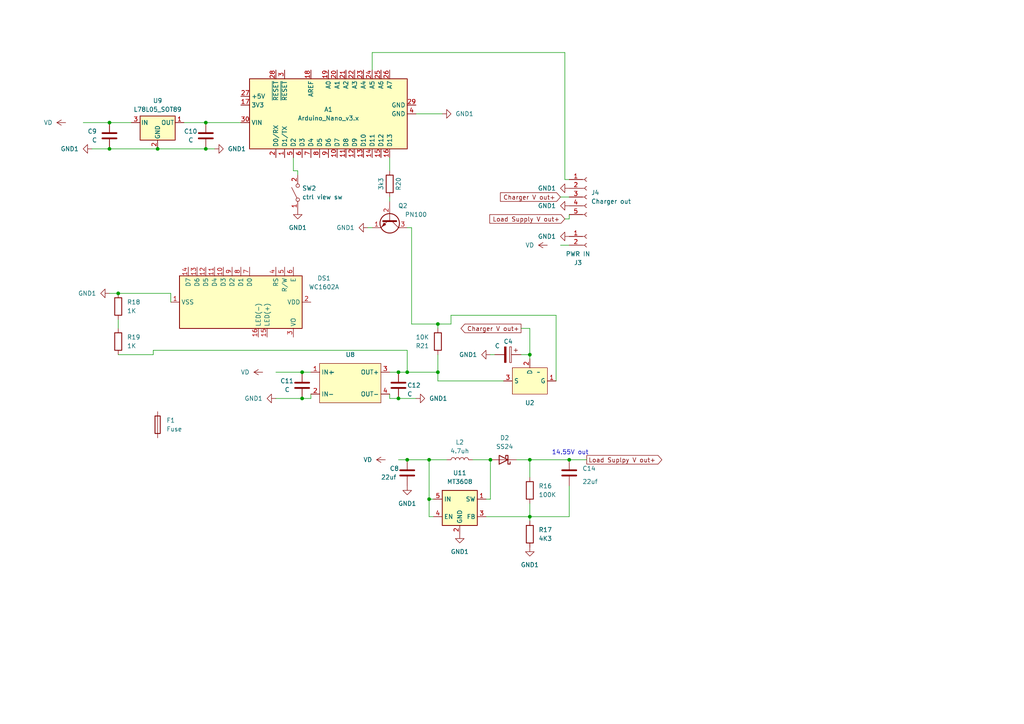
<source format=kicad_sch>
(kicad_sch (version 20230121) (generator eeschema)
  (paper "A4")
  (lib_symbols
    (symbol "BMS-MK2-symbols:AOD409"
      (property "Reference" "U" (at 2.54 -2.54 0))
      (symbol "AOD409_0_0"
        (pin input line (at -5.08 -2.54 0) (length 2.54) (name "G") (number "1"))
        (pin output line (at 2.54 3.81 270) (length 2.54) (name "D") (number "2"))
        (pin input line (at 10.16 -2.54 180) (length 2.54) (name "S") (number "3"))
      )
      (symbol "AOD409_1_1"
        (rectangle (start -2.54 1.27) (end 7.62 -6.35) (fill (type background)))
      )
    )
    (symbol "Connector:Conn_01x02_Socket" (pin_names (offset 1.016) hide)
      (property "Reference" "J" (at 0 2.54 0))
      (property "Value" "Conn_01x02_Socket" (at 0 -5.08 0))
      (symbol "Conn_01x02_Socket_1_1"
        (arc (start 0 -2.032) (mid -0.5058 -2.54) (end 0 -3.048) (stroke (width 0.1524)))
        (polyline (pts (xy -1.27 -2.54) (xy -0.508 -2.54)) (stroke (width 0.1524)))
        (polyline (pts (xy -1.27 0) (xy -0.508 0)) (stroke (width 0.1524)))
        (arc (start 0 0.508) (mid -0.5058 0) (end 0 -0.508) (stroke (width 0.1524)))
        (pin passive line (at -5.08 0 0) (length 3.81) (name "Pin_1") (number "1"))
        (pin passive line (at -5.08 -2.54 0) (length 3.81) (name "Pin_2") (number "2"))
      )
    )
    (symbol "Connector:Conn_01x05_Socket" (pin_names (offset 1.016) hide)
      (property "Reference" "J" (at 0 7.62 0))
      (property "Value" "Conn_01x05_Socket" (at 0 -7.62 0))
      (symbol "Conn_01x05_Socket_1_1"
        (arc (start 0 -4.572) (mid -0.5058 -5.08) (end 0 -5.588) (stroke (width 0.1524)))
        (arc (start 0 -2.032) (mid -0.5058 -2.54) (end 0 -3.048) (stroke (width 0.1524)))
        (polyline (pts (xy -1.27 -5.08) (xy -0.508 -5.08)) (stroke (width 0.1524)))
        (polyline (pts (xy -1.27 -2.54) (xy -0.508 -2.54)) (stroke (width 0.1524)))
        (polyline (pts (xy -1.27 0) (xy -0.508 0)) (stroke (width 0.1524)))
        (polyline (pts (xy -1.27 2.54) (xy -0.508 2.54)) (stroke (width 0.1524)))
        (polyline (pts (xy -1.27 5.08) (xy -0.508 5.08)) (stroke (width 0.1524)))
        (arc (start 0 0.508) (mid -0.5058 0) (end 0 -0.508) (stroke (width 0.1524)))
        (arc (start 0 3.048) (mid -0.5058 2.54) (end 0 2.032) (stroke (width 0.1524)))
        (arc (start 0 5.588) (mid -0.5058 5.08) (end 0 4.572) (stroke (width 0.1524)))
        (pin passive line (at -5.08 5.08 0) (length 3.81) (name "Pin_1") (number "1"))
        (pin passive line (at -5.08 2.54 0) (length 3.81) (name "Pin_2") (number "2"))
        (pin passive line (at -5.08 0 0) (length 3.81) (name "Pin_3") (number "3"))
        (pin passive line (at -5.08 -2.54 0) (length 3.81) (name "Pin_4") (number "4"))
        (pin passive line (at -5.08 -5.08 0) (length 3.81) (name "Pin_5") (number "5"))
      )
    )
    (symbol "Device:C" (pin_numbers hide) (pin_names (offset 0.254))
      (property "Reference" "C" (at 0.635 2.54 0))
      (property "Value" "C" (at 0.635 -2.54 0))
      (symbol "C_0_1"
        (polyline (pts (xy -2.032 -0.762) (xy 2.032 -0.762)) (stroke (width 0.508)))
        (polyline (pts (xy -2.032 0.762) (xy 2.032 0.762)) (stroke (width 0.508)))
      )
      (symbol "C_1_1"
        (pin passive line (at 0 3.81 270) (length 2.794) (name "~") (number "1"))
        (pin passive line (at 0 -3.81 90) (length 2.794) (name "~") (number "2"))
      )
    )
    (symbol "Device:C_Polarized" (pin_numbers hide) (pin_names (offset 0.254))
      (property "Reference" "C" (at 0.635 2.54 0))
      (property "Value" "C_Polarized" (at 0.635 -2.54 0))
      (symbol "C_Polarized_0_1"
        (rectangle (start -2.286 0.508) (end 2.286 1.016))
        (polyline (pts (xy -1.778 2.286) (xy -0.762 2.286)))
        (polyline (pts (xy -1.27 2.794) (xy -1.27 1.778)))
        (rectangle (start 2.286 -0.508) (end -2.286 -1.016) (fill (type outline)))
      )
      (symbol "C_Polarized_1_1"
        (pin passive line (at 0 3.81 270) (length 2.794) (name "~") (number "1"))
        (pin passive line (at 0 -3.81 90) (length 2.794) (name "~") (number "2"))
      )
    )
    (symbol "Device:D_Schottky" (pin_numbers hide) (pin_names (offset 1.016) hide)
      (property "Reference" "D" (at 0 2.54 0))
      (property "Value" "D_Schottky" (at 0 -2.54 0))
      (symbol "D_Schottky_0_1"
        (polyline (pts (xy 1.27 0) (xy -1.27 0)))
        (polyline (pts (xy 1.27 1.27) (xy 1.27 -1.27) (xy -1.27 0) (xy 1.27 1.27)) (stroke (width 0.254)))
        (polyline (pts (xy -1.905 0.635) (xy -1.905 1.27) (xy -1.27 1.27) (xy -1.27 -1.27) (xy -0.635 -1.27) (xy -0.635 -0.635)) (stroke (width 0.254)))
      )
      (symbol "D_Schottky_1_1"
        (pin passive line (at -3.81 0 0) (length 2.54) (name "K") (number "1"))
        (pin passive line (at 3.81 0 180) (length 2.54) (name "A") (number "2"))
      )
    )
    (symbol "Device:Fuse" (pin_numbers hide) (pin_names (offset 0))
      (property "Reference" "F" (at 2.032 0 90))
      (property "Value" "Fuse" (at -1.905 0 90))
      (symbol "Fuse_0_1"
        (rectangle (start -0.762 -2.54) (end 0.762 2.54) (stroke (width 0.254)))
        (polyline (pts (xy 0 2.54) (xy 0 -2.54)))
      )
      (symbol "Fuse_1_1"
        (pin passive line (at 0 3.81 270) (length 1.27) (name "~") (number "1"))
        (pin passive line (at 0 -3.81 90) (length 1.27) (name "~") (number "2"))
      )
    )
    (symbol "Device:L" (pin_numbers hide) (pin_names (offset 1.016) hide)
      (property "Reference" "L" (at -1.27 0 90))
      (property "Value" "L" (at 1.905 0 90))
      (symbol "L_0_1"
        (arc (start 0 -2.54) (mid 0.6323 -1.905) (end 0 -1.27))
        (arc (start 0 -1.27) (mid 0.6323 -0.635) (end 0 0))
        (arc (start 0 0) (mid 0.6323 0.635) (end 0 1.27))
        (arc (start 0 1.27) (mid 0.6323 1.905) (end 0 2.54))
      )
      (symbol "L_1_1"
        (pin passive line (at 0 3.81 270) (length 1.27) (name "1") (number "1"))
        (pin passive line (at 0 -3.81 90) (length 1.27) (name "2") (number "2"))
      )
    )
    (symbol "Device:R" (pin_numbers hide) (pin_names (offset 0))
      (property "Reference" "R" (at 2.032 0 90))
      (property "Value" "R" (at 0 0 90))
      (symbol "R_0_1"
        (rectangle (start -1.016 -2.54) (end 1.016 2.54) (stroke (width 0.254)))
      )
      (symbol "R_1_1"
        (pin passive line (at 0 3.81 270) (length 1.27) (name "~") (number "1"))
        (pin passive line (at 0 -3.81 90) (length 1.27) (name "~") (number "2"))
      )
    )
    (symbol "Display_Character:WC1602A"
      (property "Reference" "DS" (at -5.842 19.05 0))
      (property "Value" "WC1602A" (at 5.334 19.05 0))
      (symbol "WC1602A_1_1"
        (rectangle (start -7.62 17.78) (end 7.62 -17.78) (stroke (width 0.254)) (fill (type background)))
        (pin power_in line (at 0 -20.32 90) (length 2.54) (name "VSS") (number "1"))
        (pin input line (at -10.16 -5.08 0) (length 2.54) (name "D3") (number "10"))
        (pin input line (at -10.16 -7.62 0) (length 2.54) (name "D4") (number "11"))
        (pin input line (at -10.16 -10.16 0) (length 2.54) (name "D5") (number "12"))
        (pin input line (at -10.16 -12.7 0) (length 2.54) (name "D6") (number "13"))
        (pin input line (at -10.16 -15.24 0) (length 2.54) (name "D7") (number "14"))
        (pin power_in line (at 10.16 7.62 180) (length 2.54) (name "LED(+)") (number "15"))
        (pin power_in line (at 10.16 5.08 180) (length 2.54) (name "LED(-)") (number "16"))
        (pin power_in line (at 0 20.32 270) (length 2.54) (name "VDD") (number "2"))
        (pin input line (at 10.16 15.24 180) (length 2.54) (name "VO") (number "3"))
        (pin input line (at -10.16 10.16 0) (length 2.54) (name "RS") (number "4"))
        (pin input line (at -10.16 12.7 0) (length 2.54) (name "R/W") (number "5"))
        (pin input line (at -10.16 15.24 0) (length 2.54) (name "E") (number "6"))
        (pin input line (at -10.16 2.54 0) (length 2.54) (name "D0") (number "7"))
        (pin input line (at -10.16 0 0) (length 2.54) (name "D1") (number "8"))
        (pin input line (at -10.16 -2.54 0) (length 2.54) (name "D2") (number "9"))
      )
    )
    (symbol "MCU_Module:Arduino_Nano_v3.x"
      (property "Reference" "A" (at -10.16 23.495 0))
      (property "Value" "Arduino_Nano_v3.x" (at 5.08 -24.13 0))
      (symbol "Arduino_Nano_v3.x_0_1"
        (rectangle (start -10.16 22.86) (end 10.16 -22.86) (stroke (width 0.254)) (fill (type background)))
      )
      (symbol "Arduino_Nano_v3.x_1_1"
        (pin bidirectional line (at -12.7 12.7 0) (length 2.54) (name "D1/TX") (number "1"))
        (pin bidirectional line (at -12.7 -2.54 0) (length 2.54) (name "D7") (number "10"))
        (pin bidirectional line (at -12.7 -5.08 0) (length 2.54) (name "D8") (number "11"))
        (pin bidirectional line (at -12.7 -7.62 0) (length 2.54) (name "D9") (number "12"))
        (pin bidirectional line (at -12.7 -10.16 0) (length 2.54) (name "D10") (number "13"))
        (pin bidirectional line (at -12.7 -12.7 0) (length 2.54) (name "D11") (number "14"))
        (pin bidirectional line (at -12.7 -15.24 0) (length 2.54) (name "D12") (number "15"))
        (pin bidirectional line (at -12.7 -17.78 0) (length 2.54) (name "D13") (number "16"))
        (pin power_out line (at 2.54 25.4 270) (length 2.54) (name "3V3") (number "17"))
        (pin input line (at 12.7 5.08 180) (length 2.54) (name "AREF") (number "18"))
        (pin bidirectional line (at 12.7 0 180) (length 2.54) (name "A0") (number "19"))
        (pin bidirectional line (at -12.7 15.24 0) (length 2.54) (name "D0/RX") (number "2"))
        (pin bidirectional line (at 12.7 -2.54 180) (length 2.54) (name "A1") (number "20"))
        (pin bidirectional line (at 12.7 -5.08 180) (length 2.54) (name "A2") (number "21"))
        (pin bidirectional line (at 12.7 -7.62 180) (length 2.54) (name "A3") (number "22"))
        (pin bidirectional line (at 12.7 -10.16 180) (length 2.54) (name "A4") (number "23"))
        (pin bidirectional line (at 12.7 -12.7 180) (length 2.54) (name "A5") (number "24"))
        (pin bidirectional line (at 12.7 -15.24 180) (length 2.54) (name "A6") (number "25"))
        (pin bidirectional line (at 12.7 -17.78 180) (length 2.54) (name "A7") (number "26"))
        (pin power_out line (at 5.08 25.4 270) (length 2.54) (name "+5V") (number "27"))
        (pin input line (at 12.7 15.24 180) (length 2.54) (name "~{RESET}") (number "28"))
        (pin power_in line (at 2.54 -25.4 90) (length 2.54) (name "GND") (number "29"))
        (pin input line (at 12.7 12.7 180) (length 2.54) (name "~{RESET}") (number "3"))
        (pin power_in line (at -2.54 25.4 270) (length 2.54) (name "VIN") (number "30"))
        (pin power_in line (at 0 -25.4 90) (length 2.54) (name "GND") (number "4"))
        (pin bidirectional line (at -12.7 10.16 0) (length 2.54) (name "D2") (number "5"))
        (pin bidirectional line (at -12.7 7.62 0) (length 2.54) (name "D3") (number "6"))
        (pin bidirectional line (at -12.7 5.08 0) (length 2.54) (name "D4") (number "7"))
        (pin bidirectional line (at -12.7 2.54 0) (length 2.54) (name "D5") (number "8"))
        (pin bidirectional line (at -12.7 0 0) (length 2.54) (name "D6") (number "9"))
      )
    )
    (symbol "Regulator_Linear:L78L05_SOT89" (pin_names (offset 0.254))
      (property "Reference" "U" (at -3.81 3.175 0))
      (property "Value" "L78L05_SOT89" (at -0.635 3.175 0))
      (symbol "L78L05_SOT89_0_1"
        (rectangle (start -5.08 1.905) (end 5.08 -5.08) (stroke (width 0.254)) (fill (type background)))
      )
      (symbol "L78L05_SOT89_1_1"
        (pin power_out line (at 7.62 0 180) (length 2.54) (name "OUT") (number "1"))
        (pin power_in line (at 0 -7.62 90) (length 2.54) (name "GND") (number "2"))
        (pin power_in line (at -7.62 0 0) (length 2.54) (name "IN") (number "3"))
      )
    )
    (symbol "Regulator_Switching:MT3608"
      (property "Reference" "U" (at -2.54 8.89 0))
      (property "Value" "MT3608" (at -3.81 6.35 0))
      (symbol "MT3608_0_1"
        (rectangle (start -5.08 5.08) (end 5.08 -5.08) (stroke (width 0.254)) (fill (type background)))
      )
      (symbol "MT3608_1_1"
        (pin passive line (at 7.62 2.54 180) (length 2.54) (name "SW") (number "1"))
        (pin power_in line (at 0 -7.62 90) (length 2.54) (name "GND") (number "2"))
        (pin input line (at 7.62 -2.54 180) (length 2.54) (name "FB") (number "3"))
        (pin input line (at -7.62 -2.54 0) (length 2.54) (name "EN") (number "4"))
        (pin power_in line (at -7.62 2.54 0) (length 2.54) (name "IN") (number "5"))
        (pin no_connect line (at 5.08 0 180) (length 2.54) hide (name "NC") (number "6"))
      )
    )
    (symbol "Switch:SW_SPST" (pin_names (offset 0) hide)
      (property "Reference" "SW" (at 0 3.175 0))
      (property "Value" "SW_SPST" (at 0 -2.54 0))
      (symbol "SW_SPST_0_0"
        (circle (center -2.032 0) (radius 0.508))
        (polyline (pts (xy -1.524 0.254) (xy 1.524 1.778)))
        (circle (center 2.032 0) (radius 0.508))
      )
      (symbol "SW_SPST_1_1"
        (pin passive line (at -5.08 0 0) (length 2.54) (name "A") (number "1"))
        (pin passive line (at 5.08 0 180) (length 2.54) (name "B") (number "2"))
      )
    )
    (symbol "Transistor_BJT:PN2222A" (pin_names (offset 0) hide)
      (property "Reference" "Q" (at 5.08 1.905 0))
      (property "Value" "PN2222A" (at 5.08 0 0))
      (symbol "PN2222A_0_1"
        (polyline (pts (xy 0 0) (xy 0.635 0)))
        (polyline (pts (xy 2.54 -2.54) (xy 0.635 -0.635)))
        (polyline (pts (xy 2.54 2.54) (xy 0.635 0.635)))
        (polyline (pts (xy 0.635 1.905) (xy 0.635 -1.905) (xy 0.635 -1.905)) (stroke (width 0.508)))
        (polyline (pts (xy 2.413 -2.413) (xy 1.905 -1.905) (xy 1.905 -1.905)))
        (polyline (pts (xy 1.143 -1.651) (xy 1.651 -1.143) (xy 2.159 -2.159) (xy 1.143 -1.651) (xy 1.143 -1.651)) (fill (type outline)))
        (circle (center 1.27 0) (radius 2.8194) (stroke (width 0.254)))
      )
      (symbol "PN2222A_1_1"
        (pin passive line (at 2.54 -5.08 90) (length 2.54) (name "E") (number "1"))
        (pin input line (at -5.08 0 0) (length 5.08) (name "B") (number "2"))
        (pin passive line (at 2.54 5.08 270) (length 2.54) (name "C") (number "3"))
      )
    )
    (symbol "chargersymbols:DCDC_CHG_CONV"
      (property "Reference" "U" (at 5.08 -2.54 0))
      (symbol "DCDC_CHG_CONV_0_0"
        (pin power_in line (at -6.35 0 0) (length 2.54) (name "IN+") (number "1"))
        (pin power_in line (at -6.35 -6.35 0) (length 2.54) (name "IN-") (number "2"))
        (pin power_out line (at 16.51 0 180) (length 2.54) (name "OUT+") (number "3"))
        (pin power_out line (at 16.51 -6.35 180) (length 2.54) (name "OUT-") (number "4"))
      )
      (symbol "DCDC_CHG_CONV_1_1"
        (rectangle (start -3.81 2.54) (end 13.97 -8.89) (fill (type background)))
      )
    )
    (symbol "power:GND1" (power) (pin_names (offset 0))
      (property "Value" "GND1" (at 0 -3.81 0))
      (symbol "GND1_0_1"
        (polyline (pts (xy 0 0) (xy 0 -1.27) (xy 1.27 -1.27) (xy 0 -2.54) (xy -1.27 -1.27) (xy 0 -1.27)))
      )
      (symbol "GND1_1_1"
        (pin power_in line (at 0 0 270) (length 0) hide (name "GND1") (number "1"))
      )
    )
    (symbol "power:VD" (power) (pin_names (offset 0))
      (property "Value" "VD" (at 0 3.81 0))
      (symbol "VD_0_1"
        (polyline (pts (xy -0.762 1.27) (xy 0 2.54)))
        (polyline (pts (xy 0 0) (xy 0 2.54)))
        (polyline (pts (xy 0 2.54) (xy 0.762 1.27)))
      )
      (symbol "VD_1_1"
        (pin power_in line (at 0 0 90) (length 0) hide (name "VD") (number "1"))
      )
    )
  )
  (junction (at 115.57 107.95))
  (junction (at 124.46 144.78))
  (junction (at 87.63 115.57))
  (junction (at 153.67 133.35))
  (junction (at 153.67 149.86))
  (junction (at 142.24 133.35))
  (junction (at 45.72 43.18))
  (junction (at 59.69 35.56))
  (junction (at 127 93.98))
  (junction (at 31.75 43.18))
  (junction (at 115.57 115.57))
  (junction (at 165.1 133.35))
  (junction (at 34.29 85.09))
  (junction (at 87.63 107.95))
  (junction (at 124.46 133.35))
  (junction (at 118.11 133.35))
  (junction (at 127 107.95))
  (junction (at 118.11 107.95))
  (junction (at 153.67 102.87))
  (junction (at 59.69 43.18))
  (junction (at 31.75 35.56))
  (wire (pts (xy 34.29 92.71) (xy 34.29 95.25)))
  (wire (pts (xy 31.75 35.56) (xy 38.1 35.56)))
  (wire (pts (xy 118.11 107.95) (xy 127 107.95)))
  (wire (pts (xy 59.69 43.18) (xy 62.23 43.18)))
  (wire (pts (xy 86.36 49.53) (xy 86.36 50.8)))
  (wire (pts (xy 165.1 140.97) (xy 165.1 149.86)))
  (wire (pts (xy 113.03 45.72) (xy 113.03 49.53)))
  (wire (pts (xy 45.72 43.18) (xy 59.69 43.18)))
  (wire (pts (xy 118.11 107.95) (xy 118.11 101.6)))
  (wire (pts (xy 124.46 149.86) (xy 124.46 144.78)))
  (wire (pts (xy 113.03 57.15) (xy 113.03 58.42)))
  (wire (pts (xy 107.95 20.32) (xy 107.95 15.24)))
  (wire (pts (xy 107.95 15.24) (xy 163.83 15.24)))
  (wire (pts (xy 53.34 35.56) (xy 59.69 35.56)))
  (wire (pts (xy 140.97 149.86) (xy 153.67 149.86)))
  (wire (pts (xy 165.1 133.35) (xy 170.18 133.35)))
  (wire (pts (xy 26.67 43.18) (xy 31.75 43.18)))
  (wire (pts (xy 163.83 52.07) (xy 165.1 52.07)))
  (wire (pts (xy 151.13 102.87) (xy 153.67 102.87)))
  (wire (pts (xy 119.38 66.04) (xy 119.38 93.98)))
  (wire (pts (xy 125.73 149.86) (xy 124.46 149.86)))
  (wire (pts (xy 127 102.87) (xy 127 107.95)))
  (wire (pts (xy 142.24 133.35) (xy 142.24 144.78)))
  (wire (pts (xy 163.83 15.24) (xy 163.83 52.07)))
  (wire (pts (xy 153.67 149.86) (xy 165.1 149.86)))
  (wire (pts (xy 127 93.98) (xy 127 95.25)))
  (wire (pts (xy 120.65 33.02) (xy 128.27 33.02)))
  (wire (pts (xy 87.63 115.57) (xy 90.17 115.57)))
  (wire (pts (xy 49.53 85.09) (xy 49.53 87.63)))
  (wire (pts (xy 85.09 49.53) (xy 86.36 49.53)))
  (wire (pts (xy 149.86 133.35) (xy 153.67 133.35)))
  (wire (pts (xy 115.57 133.35) (xy 118.11 133.35)))
  (wire (pts (xy 24.13 35.56) (xy 31.75 35.56)))
  (wire (pts (xy 153.67 104.14) (xy 153.67 102.87)))
  (wire (pts (xy 113.03 115.57) (xy 113.03 114.3)))
  (wire (pts (xy 87.63 107.95) (xy 90.17 107.95)))
  (wire (pts (xy 118.11 66.04) (xy 119.38 66.04)))
  (wire (pts (xy 34.29 85.09) (xy 49.53 85.09)))
  (wire (pts (xy 161.29 91.44) (xy 161.29 110.49)))
  (wire (pts (xy 127 107.95) (xy 127 110.49)))
  (wire (pts (xy 142.24 144.78) (xy 140.97 144.78)))
  (wire (pts (xy 31.75 43.18) (xy 45.72 43.18)))
  (wire (pts (xy 115.57 115.57) (xy 120.65 115.57)))
  (wire (pts (xy 118.11 133.35) (xy 124.46 133.35)))
  (wire (pts (xy 129.54 133.35) (xy 124.46 133.35)))
  (wire (pts (xy 44.45 102.87) (xy 34.29 102.87)))
  (wire (pts (xy 153.67 149.86) (xy 153.67 151.13)))
  (wire (pts (xy 80.01 115.57) (xy 87.63 115.57)))
  (wire (pts (xy 127 93.98) (xy 130.81 93.98)))
  (wire (pts (xy 90.17 115.57) (xy 90.17 114.3)))
  (wire (pts (xy 44.45 101.6) (xy 44.45 102.87)))
  (wire (pts (xy 130.81 93.98) (xy 130.81 91.44)))
  (wire (pts (xy 153.67 133.35) (xy 165.1 133.35)))
  (wire (pts (xy 124.46 133.35) (xy 124.46 144.78)))
  (wire (pts (xy 106.68 66.04) (xy 107.95 66.04)))
  (wire (pts (xy 127 110.49) (xy 146.05 110.49)))
  (wire (pts (xy 153.67 133.35) (xy 153.67 138.43)))
  (wire (pts (xy 115.57 107.95) (xy 118.11 107.95)))
  (wire (pts (xy 113.03 107.95) (xy 115.57 107.95)))
  (wire (pts (xy 80.01 107.95) (xy 87.63 107.95)))
  (wire (pts (xy 137.16 133.35) (xy 142.24 133.35)))
  (wire (pts (xy 151.13 95.25) (xy 153.67 95.25)))
  (wire (pts (xy 162.56 57.15) (xy 165.1 57.15)))
  (wire (pts (xy 85.09 45.72) (xy 85.09 49.53)))
  (wire (pts (xy 59.69 35.56) (xy 69.85 35.56)))
  (wire (pts (xy 113.03 115.57) (xy 115.57 115.57)))
  (wire (pts (xy 124.46 144.78) (xy 125.73 144.78)))
  (wire (pts (xy 163.83 63.5) (xy 165.1 63.5)))
  (wire (pts (xy 142.24 102.87) (xy 143.51 102.87)))
  (wire (pts (xy 31.75 85.09) (xy 34.29 85.09)))
  (wire (pts (xy 119.38 93.98) (xy 127 93.98)))
  (wire (pts (xy 165.1 71.12) (xy 162.56 71.12)))
  (wire (pts (xy 153.67 102.87) (xy 153.67 95.25)))
  (wire (pts (xy 130.81 91.44) (xy 161.29 91.44)))
  (wire (pts (xy 165.1 63.5) (xy 165.1 62.23)))
  (wire (pts (xy 153.67 146.05) (xy 153.67 149.86)))
  (wire (pts (xy 118.11 101.6) (xy 44.45 101.6)))
  (text "14.55V out" (at 160.02 132.08 0) (effects (font (size 1.27 1.27)) (justify left bottom)))
  (global_label "Charger V out+" (shape input) (at 162.56 57.15 180) (property "Intersheetrefs" "${INTERSHEET_REFS}" (effects hide)))
  (global_label "Charger V out+" (shape output) (at 151.13 95.25 180) (property "Intersheetrefs" "${INTERSHEET_REFS}" (effects hide)))
  (global_label "Load Supply V out+" (shape input) (at 163.83 63.5 180) (property "Intersheetrefs" "${INTERSHEET_REFS}" (effects hide)))
  (global_label "Load Suplpy V out+" (shape output) (at 170.18 133.35 0) (property "Intersheetrefs" "${INTERSHEET_REFS}" (effects hide)))
  (symbol (lib_id "power:GND1") (at 165.1 54.61 270) (unit 1)
    (property "Reference" "#PWR043" (effects hide))
    (property "Value" "GND1" (at 161.29 54.61 90) (effects (justify right)))
  )
  (symbol (lib_id "Device:C") (at 59.69 39.37 180) (unit 1) (on_board no)
    (property "Reference" "C10" (at 53.34 38.1 0) (effects (justify right)))
    (property "Value" "C" (at 54.61 40.64 0) (effects (justify right)))
  )
  (symbol (lib_id "power:VD") (at 76.2 107.95 90) (unit 1)
    (property "Reference" "#PWR038" (effects hide))
    (property "Value" "VD" (at 72.39 107.95 90) (effects (justify left)))
  )
  (symbol (lib_id "Transistor_BJT:PN2222A") (at 113.03 63.5 270) (unit 1) (on_board no)
    (property "Reference" "Q2" (at 116.84 59.69 90))
    (property "Value" "PN100" (at 120.65 62.23 90))
    (property "Footprint" "Package_TO_SOT_SMD:SOT-23" (effects hide))
    (property "Datasheet" "https://www.onsemi.com/pub/Collateral/PN2222-D.PDF" (effects hide))
    (instances (project "BMS" (path "" (reference "Q2") (unit 1))) (project "BMS MK2" (path "" (reference "Q2") (unit 1)) (path "" (reference "Q5") (unit 1))))
  )
  (symbol (lib_id "power:GND1") (at 153.67 158.75 0) (unit 1)
    (property "Reference" "#PWR046" (effects hide))
    (property "Value" "GND1" (at 153.67 163.83 0))
  )
  (symbol (lib_id "Device:C") (at 118.11 137.16 0) (unit 1)
    (property "Reference" "C8" (at 113.03 135.89 0) (effects (justify left)))
    (property "Value" "22uf" (at 110.49 138.43 0) (effects (justify left)))
  )
  (symbol (lib_id "Device:L") (at 133.35 133.35 90) (unit 1) (on_board no)
    (property "Reference" "L2" (at 133.35 128.27 90))
    (property "Value" "4.7uh" (at 133.35 130.81 90))
  )
  (symbol (lib_id "Switch:SW_SPST") (at 86.36 55.88 90) (unit 1) (on_board no)
    (property "Reference" "SW2" (at 87.63 54.61 90) (effects (justify right)))
    (property "Value" "ctrl view sw" (at 87.63 57.15 90) (effects (justify right)))
  )
  (symbol (lib_id "power:GND1") (at 165.1 68.58 270) (unit 1)
    (property "Reference" "#PWR035" (effects hide))
    (property "Value" "GND1" (at 161.29 68.58 90) (effects (justify right)))
  )
  (symbol (lib_id "Regulator_Linear:L78L05_SOT89") (at 45.72 35.56 0) (unit 1) (on_board no)
    (property "Reference" "U9" (at 45.72 29.21 0))
    (property "Value" "L78L05_SOT89" (at 45.72 31.75 0))
    (property "Footprint" "Package_TO_SOT_SMD:SOT-89-3" (effects hide))
    (property "Datasheet" "http://www.st.com/content/ccc/resource/technical/document/datasheet/15/55/e5/aa/23/5b/43/fd/CD00000446.pdf/files/CD00000446.pdf/jcr:content/translations/en.CD00000446.pdf" (effects hide))
  )
  (symbol (lib_id "power:GND1") (at 62.23 43.18 90) (unit 1)
    (property "Reference" "#PWR034" (effects hide))
    (property "Value" "GND1" (at 66.04 43.18 90) (effects (justify right)))
  )
  (symbol (lib_id "Device:C") (at 165.1 137.16 0) (unit 1)
    (property "Reference" "C14" (at 168.91 135.89 0) (effects (justify left)))
    (property "Value" "22uf" (at 168.91 139.7 0) (effects (justify left)))
  )
  (symbol (lib_id "power:VD") (at 158.75 71.12 90) (unit 1)
    (property "Reference" "#PWR036" (effects hide))
    (property "Value" "VD" (at 154.94 71.12 90) (effects (justify left)))
  )
  (symbol (lib_id "chargersymbols:DCDC_CHG_CONV") (at 96.52 107.95 0) (unit 1)
    (property "Reference" "U8" (at 101.6 102.87 0))
    (property "Value" "~" (at 96.52 107.95 0))
  )
  (symbol (lib_id "power:GND1") (at 106.68 66.04 270) (unit 1)
    (property "Reference" "#PWR020" (effects hide))
    (property "Value" "GND1" (at 102.87 66.04 90) (effects (justify right)))
  )
  (symbol (lib_id "Connector:Conn_01x02_Socket") (at 170.18 68.58 0) (unit 1)
    (property "Reference" "J3" (at 167.64 76.2 0))
    (property "Value" "PWR IN" (at 167.64 73.66 0))
    (property "Footprint" "Connector_JST:JST_GH_SM02B-GHS-TB_1x02-1MP_P1.25mm_Horizontal" (effects hide))
  )
  (symbol (lib_id "power:GND1") (at 80.01 115.57 270) (unit 1)
    (property "Reference" "#PWR039" (effects hide))
    (property "Value" "GND1" (at 76.2 115.57 90) (effects (justify right)))
  )
  (symbol (lib_id "power:GND1") (at 128.27 33.02 90) (unit 1)
    (property "Reference" "#PWR018" (effects hide))
    (property "Value" "GND1" (at 132.08 33.02 90) (effects (justify right)))
  )
  (symbol (lib_id "Device:R") (at 34.29 88.9 0) (unit 1)
    (property "Reference" "R18" (at 36.83 87.63 0) (effects (justify left)))
    (property "Value" "1K" (at 36.83 90.17 0) (effects (justify left)))
  )
  (symbol (lib_id "Device:D_Schottky") (at 146.05 133.35 180) (unit 1)
    (property "Reference" "D2" (at 146.3675 127 0))
    (property "Value" "SS24" (at 146.3675 129.54 0))
  )
  (symbol (lib_id "Device:R") (at 127 99.06 0) (unit 1)
    (property "Reference" "R21" (at 124.46 100.33 0) (effects (justify right)))
    (property "Value" "10K" (at 124.46 97.79 0) (effects (justify right)))
    (property "Footprint" "Resistor_SMD:R_1206_3216Metric" (effects hide))
    (instances (project "BMS" (path "" (reference "R21") (unit 1))) (project "BMS MK2" (path "" (reference "R7") (unit 1)) (path "" (reference "R13") (unit 1))))
  )
  (symbol (lib_id "power:GND1") (at 31.75 85.09 270) (unit 1)
    (property "Reference" "#PWR048" (effects hide))
    (property "Value" "GND1" (at 27.94 85.09 90) (effects (justify right)))
  )
  (symbol (lib_id "power:GND1") (at 86.36 60.96 0) (unit 1) (on_board no)
    (property "Reference" "#PWR019" (effects hide))
    (property "Value" "GND1" (at 86.36 66.04 0))
  )
  (symbol (lib_id "power:GND1") (at 165.1 59.69 270) (unit 1)
    (property "Reference" "#PWR042" (effects hide))
    (property "Value" "GND1" (at 161.29 59.69 90) (effects (justify right)))
  )
  (symbol (lib_id "power:GND1") (at 133.35 154.94 0) (unit 1)
    (property "Reference" "#PWR033" (effects hide))
    (property "Value" "GND1" (at 133.35 160.02 0))
  )
  (symbol (lib_id "Connector:Conn_01x05_Socket") (at 170.18 57.15 0) (unit 1)
    (property "Reference" "J4" (at 171.45 55.88 0) (effects (justify left)))
    (property "Value" "Charger out" (at 171.45 58.42 0) (effects (justify left)))
  )
  (symbol (lib_id "power:GND1") (at 118.11 140.97 0) (unit 1)
    (property "Reference" "#PWR045" (effects hide))
    (property "Value" "GND1" (at 118.11 146.05 0))
  )
  (symbol (lib_id "Device:C") (at 31.75 39.37 180) (unit 1) (on_board no)
    (property "Reference" "C9" (at 25.4 38.1 0) (effects (justify right)))
    (property "Value" "C" (at 26.67 40.64 0) (effects (justify right)))
  )
  (symbol (lib_id "Device:C") (at 115.57 111.76 180) (unit 1)
    (property "Reference" "C12" (at 118.11 111.76 0) (effects (justify right)))
    (property "Value" "C" (at 118.11 114.3 0) (effects (justify right)))
  )
  (symbol (lib_id "Display_Character:WC1602A") (at 69.85 87.63 270) (unit 1)
    (property "Reference" "DS1" (at 93.98 80.7019 90))
    (property "Value" "WC1602A" (at 93.98 83.2419 90))
    (property "Footprint" "Display:WC1602A" (effects hide))
    (property "Datasheet" "http://www.wincomlcd.com/pdf/WC1602A-SFYLYHTC06.pdf" (effects hide))
  )
  (symbol (lib_id "Device:R") (at 34.29 99.06 0) (unit 1)
    (property "Reference" "R19" (at 36.83 97.79 0) (effects (justify left)))
    (property "Value" "1K" (at 36.83 100.33 0) (effects (justify left)))
  )
  (symbol (lib_id "Device:C_Polarized") (at 147.32 102.87 270) (unit 1)
    (property "Reference" "C4" (at 146.05 99.06 90) (effects (justify left)))
    (property "Value" "C" (at 143.51 100.33 90) (effects (justify left)))
    (instances (project "BMS" (path "" (reference "C4") (unit 1))) (project "BMS MK2" (path "" (reference "C3") (unit 1)) (path "" (reference "C13") (unit 1))))
  )
  (symbol (lib_id "power:GND1") (at 120.65 115.57 90) (unit 1)
    (property "Reference" "#PWR040" (effects hide))
    (property "Value" "GND1" (at 124.46 115.57 90) (effects (justify right)))
  )
  (symbol (lib_id "power:VD") (at 19.05 35.56 90) (unit 1)
    (property "Reference" "#PWR037" (effects hide))
    (property "Value" "VD" (at 15.24 35.56 90) (effects (justify left)))
  )
  (symbol (lib_id "Device:R") (at 113.03 53.34 180) (unit 1) (on_board no)
    (property "Reference" "R20" (at 115.57 53.34 90))
    (property "Value" "3k3" (at 110.49 53.34 90))
    (property "Footprint" "Resistor_SMD:R_1206_3216Metric" (effects hide))
    (instances (project "BMS" (path "" (reference "R20") (unit 1))) (project "BMS MK2" (path "" (reference "R6") (unit 1)) (path "" (reference "R3") (unit 1))))
  )
  (symbol (lib_id "Device:Fuse") (at 45.72 123.19 0) (unit 1)
    (property "Reference" "F1" (at 48.26 121.92 0) (effects (justify left)))
    (property "Value" "Fuse" (at 48.26 124.46 0) (effects (justify left)))
  )
  (symbol (lib_id "Device:C") (at 87.63 111.76 180) (unit 1)
    (property "Reference" "C11" (at 81.28 110.49 0) (effects (justify right)))
    (property "Value" "C" (at 82.55 113.03 0) (effects (justify right)))
  )
  (symbol (lib_id "power:GND1") (at 142.24 102.87 270) (unit 1)
    (property "Reference" "#PWR041" (effects hide))
    (property "Value" "GND1" (at 138.43 102.87 90) (effects (justify right)))
  )
  (symbol (lib_id "power:VD") (at 111.76 133.35 90) (unit 1)
    (property "Reference" "#PWR047" (effects hide))
    (property "Value" "VD" (at 107.95 133.35 90) (effects (justify left)))
  )
  (symbol (lib_id "Device:R") (at 153.67 142.24 0) (unit 1)
    (property "Reference" "R16" (at 156.21 140.97 0) (effects (justify left)))
    (property "Value" "100K" (at 156.21 143.51 0) (effects (justify left)))
  )
  (symbol (lib_id "MCU_Module:Arduino_Nano_v3.x") (at 95.25 33.02 90) (unit 1) (on_board no)
    (property "Reference" "A1" (at 95.25 31.75 90))
    (property "Value" "Arduino_Nano_v3.x" (at 95.25 34.29 90))
    (property "Footprint" "Module:Arduino_Nano" (effects hide))
    (property "Datasheet" "http://www.mouser.com/pdfdocs/Gravitech_Arduino_Nano3_0.pdf" (effects hide))
  )
  (symbol (lib_id "power:GND1") (at 26.67 43.18 270) (unit 1)
    (property "Reference" "#PWR023" (effects hide))
    (property "Value" "GND1" (at 22.86 43.18 90) (effects (justify right)))
  )
  (symbol (lib_id "Device:R") (at 153.67 154.94 0) (unit 1)
    (property "Reference" "R17" (at 156.21 153.67 0) (effects (justify left)))
    (property "Value" "4K3" (at 156.21 156.21 0) (effects (justify left)))
  )
  (symbol (lib_id "BMS-MK2-symbols:AOD409") (at 156.21 107.95 0) (mirror y) (unit 1) (on_board no)
    (property "Reference" "U2" (at 153.67 116.84 0))
    (property "Value" "~" (at 156.21 107.95 0))
    (property "Footprint" "Package_TO_SOT_SMD:TO-252-2" (effects hide))
    (instances (project "BMS MK2" (path "" (reference "U2") (unit 1)) (path "" (reference "U10") (unit 1))))
  )
  (symbol (lib_id "Regulator_Switching:MT3608") (at 133.35 147.32 0) (unit 1) (on_board no)
    (property "Reference" "U11" (at 133.35 137.16 0))
    (property "Value" "MT3608" (at 133.35 139.7 0))
    (property "Footprint" "Package_TO_SOT_SMD:SOT-23-6" (effects hide))
    (property "Datasheet" "https://www.olimex.com/Products/Breadboarding/BB-PWR-3608/resources/MT3608.pdf" (effects hide))
  )
)
</source>
